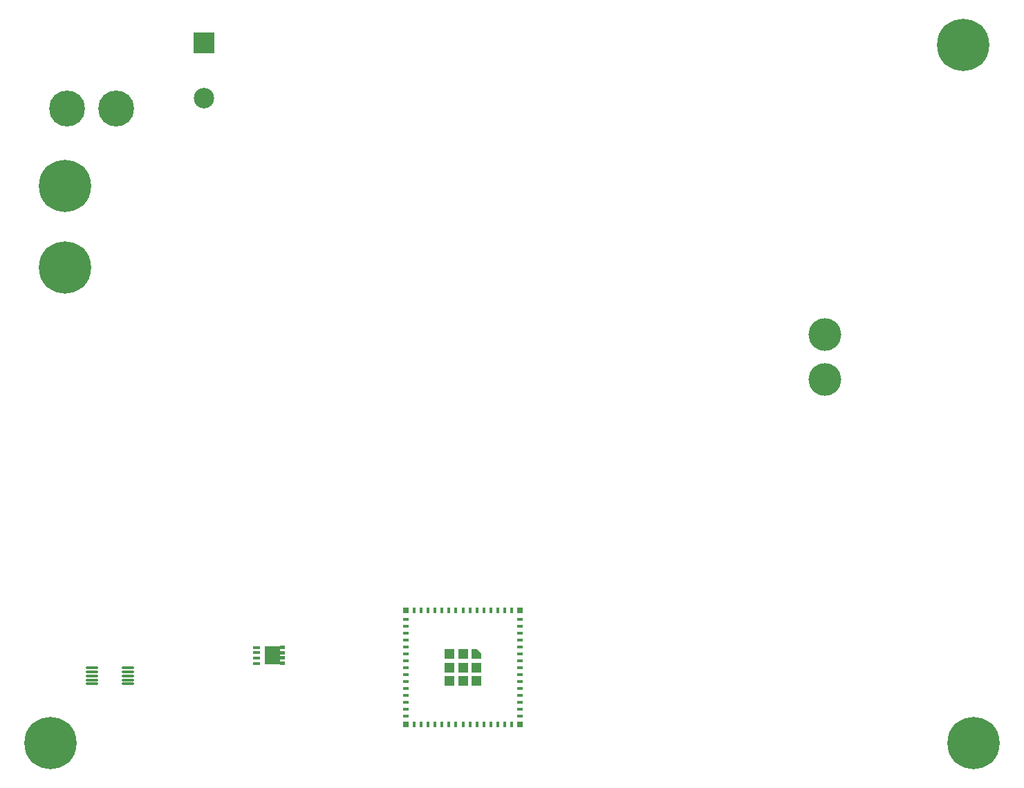
<source format=gbr>
%TF.GenerationSoftware,KiCad,Pcbnew,(6.0.4)*%
%TF.CreationDate,2022-11-13T14:24:48+02:00*%
%TF.ProjectId,pcb_heater_driver,7063625f-6865-4617-9465-725f64726976,rev?*%
%TF.SameCoordinates,Original*%
%TF.FileFunction,Copper,L1,Top*%
%TF.FilePolarity,Positive*%
%FSLAX46Y46*%
G04 Gerber Fmt 4.6, Leading zero omitted, Abs format (unit mm)*
G04 Created by KiCad (PCBNEW (6.0.4)) date 2022-11-13 14:24:48*
%MOMM*%
%LPD*%
G01*
G04 APERTURE LIST*
G04 Aperture macros list*
%AMRoundRect*
0 Rectangle with rounded corners*
0 $1 Rounding radius*
0 $2 $3 $4 $5 $6 $7 $8 $9 X,Y pos of 4 corners*
0 Add a 4 corners polygon primitive as box body*
4,1,4,$2,$3,$4,$5,$6,$7,$8,$9,$2,$3,0*
0 Add four circle primitives for the rounded corners*
1,1,$1+$1,$2,$3*
1,1,$1+$1,$4,$5*
1,1,$1+$1,$6,$7*
1,1,$1+$1,$8,$9*
0 Add four rect primitives between the rounded corners*
20,1,$1+$1,$2,$3,$4,$5,0*
20,1,$1+$1,$4,$5,$6,$7,0*
20,1,$1+$1,$6,$7,$8,$9,0*
20,1,$1+$1,$8,$9,$2,$3,0*%
%AMFreePoly0*
4,1,6,0.600000,-0.600000,-0.600000,-0.600000,-0.600000,0.000000,0.000000,0.600000,0.600000,0.600000,0.600000,-0.600000,0.600000,-0.600000,$1*%
%AMFreePoly1*
4,1,21,1.545000,0.775000,0.925000,0.775000,0.925000,0.525000,1.545000,0.525000,1.545000,0.125000,0.925000,0.125000,0.925000,-0.125000,1.545000,-0.125000,1.545000,-0.525000,0.925000,-0.525000,0.925000,-0.775000,1.545000,-0.775000,1.545000,-1.175000,0.925000,-1.175000,0.925000,-1.125000,-0.925000,-1.125000,-0.925000,1.125000,0.925000,1.125000,0.925000,1.175000,1.545000,1.175000,
1.545000,0.775000,1.545000,0.775000,$1*%
G04 Aperture macros list end*
%TA.AperFunction,ComponentPad*%
%ADD10C,3.600000*%
%TD*%
%TA.AperFunction,ConnectorPad*%
%ADD11C,6.400000*%
%TD*%
%TA.AperFunction,ConnectorPad*%
%ADD12C,4.400000*%
%TD*%
%TA.AperFunction,ComponentPad*%
%ADD13C,2.600000*%
%TD*%
%TA.AperFunction,SMDPad,CuDef*%
%ADD14R,0.800000X0.800000*%
%TD*%
%TA.AperFunction,SMDPad,CuDef*%
%ADD15R,1.200000X1.200000*%
%TD*%
%TA.AperFunction,SMDPad,CuDef*%
%ADD16FreePoly0,270.000000*%
%TD*%
%TA.AperFunction,SMDPad,CuDef*%
%ADD17R,0.800000X0.400000*%
%TD*%
%TA.AperFunction,SMDPad,CuDef*%
%ADD18R,0.400000X0.800000*%
%TD*%
%TA.AperFunction,SMDPad,CuDef*%
%ADD19RoundRect,0.075000X-0.650000X-0.075000X0.650000X-0.075000X0.650000X0.075000X-0.650000X0.075000X0*%
%TD*%
%TA.AperFunction,SMDPad,CuDef*%
%ADD20R,0.830000X0.400000*%
%TD*%
%TA.AperFunction,SMDPad,CuDef*%
%ADD21FreePoly1,0.000000*%
%TD*%
%TA.AperFunction,ComponentPad*%
%ADD22R,2.500000X2.500000*%
%TD*%
%TA.AperFunction,ComponentPad*%
%ADD23C,2.500000*%
%TD*%
%TA.AperFunction,ComponentPad*%
%ADD24C,4.000000*%
%TD*%
G04 APERTURE END LIST*
D10*
%TO.P,H8,1,1*%
%TO.N,unconnected-(H8-Pad1)*%
X157500000Y-27250000D03*
D11*
X157500000Y-27250000D03*
%TD*%
D10*
%TO.P,H7,1,1*%
%TO.N,unconnected-(H7-Pad1)*%
X158750000Y-112750000D03*
D11*
X158750000Y-112750000D03*
%TD*%
D10*
%TO.P,H5,1,1*%
%TO.N,unconnected-(H5-Pad1)*%
X45750000Y-112750000D03*
D11*
X45750000Y-112750000D03*
%TD*%
D10*
%TO.P,H4,1*%
%TO.N,N/C*%
X47500000Y-54500000D03*
D11*
X47500000Y-54500000D03*
%TD*%
D10*
%TO.P,H3,1*%
%TO.N,N/C*%
X47500000Y-44500000D03*
D11*
X47500000Y-44500000D03*
%TD*%
D12*
%TO.P,H2,1,1*%
%TO.N,/NEUTRAL*%
X53750000Y-35000000D03*
D13*
X53750000Y-35000000D03*
%TD*%
D12*
%TO.P,H1,1,1*%
%TO.N,/LIVE*%
X47800000Y-35000000D03*
D13*
X47800000Y-35000000D03*
%TD*%
D14*
%TO.P,U1,65,GND*%
%TO.N,Net-(U1-Pad2)*%
X103250000Y-110500000D03*
%TO.P,U1,64,GND*%
X89250000Y-110500000D03*
%TO.P,U1,63,GND*%
X89250000Y-96500000D03*
%TO.P,U1,62,GND*%
X103250000Y-96500000D03*
D15*
%TO.P,U1,61,GND*%
X97900000Y-103500000D03*
X96250000Y-103500000D03*
X94600000Y-105150000D03*
X94600000Y-103500000D03*
D16*
X97900000Y-101850000D03*
D15*
X97900000Y-105150000D03*
X96250000Y-105150000D03*
X96250000Y-101850000D03*
X94600000Y-101850000D03*
D17*
%TO.P,U1,60,GND*%
X103250000Y-97550000D03*
%TO.P,U1,59,GND*%
X103250000Y-98400000D03*
%TO.P,U1,58,GND*%
X103250000Y-99250000D03*
%TO.P,U1,57,GND*%
X103250000Y-100100000D03*
%TO.P,U1,56,GND*%
X103250000Y-100950000D03*
%TO.P,U1,55,GND*%
X103250000Y-101800000D03*
%TO.P,U1,54,GND*%
X103250000Y-102650000D03*
%TO.P,U1,53,GND*%
X103250000Y-103500000D03*
%TO.P,U1,52,GND*%
X103250000Y-104350000D03*
%TO.P,U1,51,GND*%
X103250000Y-105200000D03*
%TO.P,U1,50,GND*%
X103250000Y-106050000D03*
%TO.P,U1,49,GND*%
X103250000Y-106900000D03*
%TO.P,U1,48,GND*%
X103250000Y-107750000D03*
%TO.P,U1,47,GND*%
X103250000Y-108600000D03*
%TO.P,U1,46,GND*%
X103250000Y-109450000D03*
D18*
%TO.P,U1,45,CHIP/PU/RESET*%
%TO.N,unconnected-(U1-Pad45)*%
X102200000Y-110500000D03*
%TO.P,U1,44,GPIO46*%
%TO.N,unconnected-(U1-Pad44)*%
X101350000Y-110500000D03*
%TO.P,U1,43,GND*%
%TO.N,Net-(U1-Pad2)*%
X100500000Y-110500000D03*
%TO.P,U1,42,GND*%
X99650000Y-110500000D03*
%TO.P,U1,41,GPIO45*%
%TO.N,unconnected-(U1-Pad41)*%
X98800000Y-110500000D03*
%TO.P,U1,40,GPIO44/U0RXD/PROG*%
%TO.N,unconnected-(U1-Pad40)*%
X97950000Y-110500000D03*
%TO.P,U1,39,GPIO43/U0TXD/PROG*%
%TO.N,unconnected-(U1-Pad39)*%
X97100000Y-110500000D03*
%TO.P,U1,38,MTMS/JTAG/GPIO42*%
%TO.N,unconnected-(U1-Pad38)*%
X96250000Y-110500000D03*
%TO.P,U1,37,MTDI/JTAG/GPIO41*%
%TO.N,unconnected-(U1-Pad37)*%
X95400000Y-110500000D03*
%TO.P,U1,36,MTDO/JTAG/GPIO40*%
%TO.N,unconnected-(U1-Pad36)*%
X94550000Y-110500000D03*
%TO.P,U1,35,MTCK/JTAG/GPIO39*%
%TO.N,unconnected-(U1-Pad35)*%
X93700000Y-110500000D03*
%TO.P,U1,34,GPIO38*%
%TO.N,unconnected-(U1-Pad34)*%
X92850000Y-110500000D03*
%TO.P,U1,33,GPIO37*%
%TO.N,unconnected-(U1-Pad33)*%
X92000000Y-110500000D03*
%TO.P,U1,32,GPIO36*%
%TO.N,unconnected-(U1-Pad32)*%
X91150000Y-110500000D03*
%TO.P,U1,31,GPIO35*%
%TO.N,unconnected-(U1-Pad31)*%
X90300000Y-110500000D03*
D17*
%TO.P,U1,30,GND*%
%TO.N,Net-(U1-Pad2)*%
X89250000Y-109450000D03*
%TO.P,U1,29,GPIO34*%
%TO.N,unconnected-(U1-Pad29)*%
X89250000Y-108600000D03*
%TO.P,U1,28,GPIO33*%
%TO.N,unconnected-(U1-Pad28)*%
X89250000Y-107750000D03*
%TO.P,U1,27,NC*%
%TO.N,unconnected-(U1-Pad27)*%
X89250000Y-106900000D03*
%TO.P,U1,26,SPI_CS1/GPIO26*%
%TO.N,unconnected-(U1-Pad26)*%
X89250000Y-106050000D03*
%TO.P,U1,25,GPIO21*%
%TO.N,unconnected-(U1-Pad25)*%
X89250000Y-105200000D03*
%TO.P,U1,24,USB_D+/ADC2_CH9/GPIO20*%
%TO.N,unconnected-(U1-Pad24)*%
X89250000Y-104350000D03*
%TO.P,U1,23,USB_D-/ADC2_CH8/GPIO19*%
%TO.N,unconnected-(U1-Pad23)*%
X89250000Y-103500000D03*
%TO.P,U1,22,ADC2_CH6/DAC_1/GPIO18*%
%TO.N,unconnected-(U1-Pad22)*%
X89250000Y-102650000D03*
%TO.P,U1,21,ADC2_CH7/DAC_2/GPIO17*%
%TO.N,unconnected-(U1-Pad21)*%
X89250000Y-101800000D03*
%TO.P,U1,20,GPIO16/ADC2_CH5/XTAL_32K_N*%
%TO.N,unconnected-(U1-Pad20)*%
X89250000Y-100950000D03*
%TO.P,U1,19,GPIO15/ADC2_CH4/XTAL_32K_P*%
%TO.N,unconnected-(U1-Pad19)*%
X89250000Y-100100000D03*
%TO.P,U1,18,GPIO14/ADC2_CH3*%
%TO.N,unconnected-(U1-Pad18)*%
X89250000Y-99250000D03*
%TO.P,U1,17,GPIO13/ADC2_CH2*%
%TO.N,unconnected-(U1-Pad17)*%
X89250000Y-98400000D03*
%TO.P,U1,16,GPIO12/ADC2_CH1*%
%TO.N,unconnected-(U1-Pad16)*%
X89250000Y-97550000D03*
D18*
%TO.P,U1,15,GPIO11/ADC2_CH0*%
%TO.N,unconnected-(U1-Pad15)*%
X90300000Y-96500000D03*
%TO.P,U1,14,GPIO10/ADC1_CH9*%
%TO.N,unconnected-(U1-Pad14)*%
X91150000Y-96500000D03*
%TO.P,U1,13,GPIO9/ADC1_CH8*%
%TO.N,unconnected-(U1-Pad13)*%
X92000000Y-96500000D03*
%TO.P,U1,12,GPIO8/ADC1_CH7*%
%TO.N,unconnected-(U1-Pad12)*%
X92850000Y-96500000D03*
%TO.P,U1,11,GPIO7/ADC1_CH6*%
%TO.N,unconnected-(U1-Pad11)*%
X93700000Y-96500000D03*
%TO.P,U1,10,GPIO6/ADC1_CH5*%
%TO.N,unconnected-(U1-Pad10)*%
X94550000Y-96500000D03*
%TO.P,U1,9,GPIO5/ADC1_CH4*%
%TO.N,unconnected-(U1-Pad9)*%
X95400000Y-96500000D03*
%TO.P,U1,8,GPIO4/ADC1_CH3*%
%TO.N,unconnected-(U1-Pad8)*%
X96250000Y-96500000D03*
%TO.P,U1,7,GPIO3/ADC1_CH2*%
%TO.N,unconnected-(U1-Pad7)*%
X97100000Y-96500000D03*
%TO.P,U1,6,GPIO2/ADC1_CH1*%
%TO.N,unconnected-(U1-Pad6)*%
X97950000Y-96500000D03*
%TO.P,U1,5,GPIO1/ADC1_CH0*%
%TO.N,unconnected-(U1-Pad5)*%
X98800000Y-96500000D03*
%TO.P,U1,4,GPIO0/BOOT*%
%TO.N,unconnected-(U1-Pad4)*%
X99650000Y-96500000D03*
%TO.P,U1,3,3V3*%
%TO.N,unconnected-(U1-Pad3)*%
X100500000Y-96500000D03*
%TO.P,U1,2,GND*%
%TO.N,Net-(U1-Pad2)*%
X101350000Y-96500000D03*
%TO.P,U1,1,GND*%
%TO.N,unconnected-(U1-Pad1)*%
X102200000Y-96500000D03*
%TD*%
D19*
%TO.P,U2,1,A1*%
%TO.N,unconnected-(U2-Pad1)*%
X50800001Y-103500000D03*
%TO.P,U2,2,A0*%
%TO.N,unconnected-(U2-Pad2)*%
X50800001Y-104000000D03*
%TO.P,U2,3,~{Alert}*%
%TO.N,unconnected-(U2-Pad3)*%
X50800001Y-104500000D03*
%TO.P,U2,4,SDA*%
%TO.N,unconnected-(U2-Pad4)*%
X50800001Y-105000000D03*
%TO.P,U2,5,SCL*%
%TO.N,unconnected-(U2-Pad5)*%
X50800001Y-105500000D03*
%TO.P,U2,6,VS*%
%TO.N,unconnected-(U2-Pad6)*%
X55200001Y-105500000D03*
%TO.P,U2,7,GND*%
%TO.N,unconnected-(U2-Pad7)*%
X55200001Y-105000000D03*
%TO.P,U2,8,Vbus*%
%TO.N,unconnected-(U2-Pad8)*%
X55200001Y-104500000D03*
%TO.P,U2,9,Vin-*%
%TO.N,unconnected-(U2-Pad9)*%
X55200001Y-104000000D03*
%TO.P,U2,10,Vin+*%
%TO.N,unconnected-(U2-Pad10)*%
X55200001Y-103500000D03*
%TD*%
D20*
%TO.P,Q1,1,S*%
%TO.N,GND*%
X70965001Y-101025000D03*
%TO.P,Q1,2,S*%
X70965001Y-101675000D03*
%TO.P,Q1,3,S*%
X70965001Y-102325000D03*
%TO.P,Q1,4,G*%
%TO.N,Net-(C1-Pad1)*%
X70965001Y-102975000D03*
D21*
%TO.P,Q1,5,D*%
%TO.N,Net-(Q1-Pad5)*%
X72905001Y-102000000D03*
%TD*%
D22*
%TO.P,PS1,1,AC/L*%
%TO.N,/LIVE*%
X64550000Y-26992500D03*
D23*
%TO.P,PS1,2,AC/N*%
%TO.N,/NEUTRAL*%
X64550000Y-33742500D03*
D24*
%TO.P,PS1,3,+Vout*%
%TO.N,+12V*%
X140550000Y-68242500D03*
%TO.P,PS1,4,-Vout*%
%TO.N,GND*%
X140550000Y-62742500D03*
%TD*%
M02*

</source>
